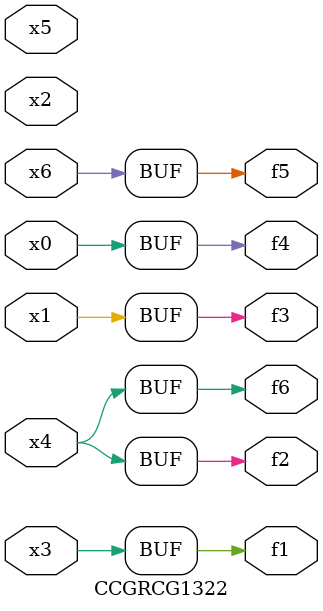
<source format=v>
module CCGRCG1322(
	input x0, x1, x2, x3, x4, x5, x6,
	output f1, f2, f3, f4, f5, f6
);
	assign f1 = x3;
	assign f2 = x4;
	assign f3 = x1;
	assign f4 = x0;
	assign f5 = x6;
	assign f6 = x4;
endmodule

</source>
